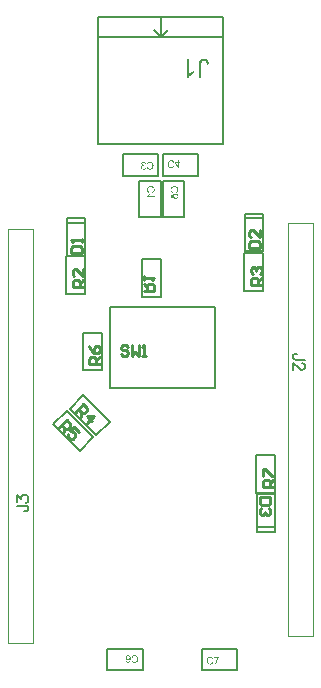
<source format=gm1>
G04*
G04 #@! TF.GenerationSoftware,Altium Limited,Altium Designer,20.0.13 (296)*
G04*
G04 Layer_Color=16711935*
%FSLAX44Y44*%
%MOMM*%
G71*
G01*
G75*
%ADD12C,0.2000*%
%ADD13C,0.1000*%
%ADD43C,0.2540*%
G36*
X127885Y440525D02*
X128129Y440476D01*
X128353Y440408D01*
X128539Y440330D01*
X128685Y440242D01*
X128743Y440203D01*
X128792Y440174D01*
X128841Y440145D01*
X128870Y440125D01*
X128880Y440116D01*
X128890Y440106D01*
X129065Y439930D01*
X129202Y439735D01*
X129319Y439530D01*
X129397Y439335D01*
X129465Y439160D01*
X129485Y439082D01*
X129504Y439013D01*
X129514Y438965D01*
X129524Y438926D01*
X129533Y438896D01*
Y438886D01*
X128743Y438750D01*
X128704Y438955D01*
X128646Y439130D01*
X128587Y439277D01*
X128519Y439394D01*
X128460Y439491D01*
X128412Y439560D01*
X128373Y439599D01*
X128363Y439608D01*
X128236Y439706D01*
X128109Y439774D01*
X127983Y439833D01*
X127856Y439862D01*
X127758Y439881D01*
X127670Y439901D01*
X127592D01*
X127427Y439891D01*
X127280Y439852D01*
X127154Y439813D01*
X127046Y439755D01*
X126958Y439706D01*
X126890Y439657D01*
X126851Y439618D01*
X126841Y439608D01*
X126744Y439501D01*
X126676Y439374D01*
X126617Y439257D01*
X126588Y439150D01*
X126568Y439043D01*
X126549Y438965D01*
Y438916D01*
Y438906D01*
Y438896D01*
X126568Y438701D01*
X126617Y438535D01*
X126676Y438399D01*
X126754Y438292D01*
X126832Y438204D01*
X126890Y438135D01*
X126939Y438097D01*
X126958Y438087D01*
X127114Y437999D01*
X127270Y437940D01*
X127417Y437892D01*
X127553Y437862D01*
X127680Y437843D01*
X127768Y437833D01*
X127895D01*
X127934Y437843D01*
X127983D01*
X128070Y437150D01*
X127953Y437180D01*
X127846Y437199D01*
X127748Y437209D01*
X127670Y437219D01*
X127602Y437228D01*
X127514D01*
X127319Y437209D01*
X127154Y437170D01*
X126997Y437121D01*
X126871Y437053D01*
X126763Y436985D01*
X126685Y436936D01*
X126646Y436897D01*
X126627Y436877D01*
X126510Y436741D01*
X126422Y436595D01*
X126354Y436438D01*
X126315Y436302D01*
X126285Y436175D01*
X126276Y436077D01*
X126266Y436039D01*
Y436009D01*
Y435999D01*
Y435990D01*
X126285Y435785D01*
X126324Y435600D01*
X126383Y435434D01*
X126451Y435297D01*
X126529Y435180D01*
X126588Y435102D01*
X126627Y435053D01*
X126646Y435034D01*
X126793Y434907D01*
X126949Y434809D01*
X127105Y434751D01*
X127261Y434702D01*
X127388Y434673D01*
X127485Y434663D01*
X127524Y434654D01*
X127583D01*
X127748Y434663D01*
X127905Y434702D01*
X128041Y434751D01*
X128148Y434800D01*
X128246Y434858D01*
X128314Y434897D01*
X128353Y434936D01*
X128373Y434946D01*
X128480Y435073D01*
X128577Y435219D01*
X128656Y435385D01*
X128714Y435541D01*
X128763Y435687D01*
X128792Y435804D01*
X128812Y435843D01*
Y435882D01*
X128821Y435902D01*
Y435912D01*
X129611Y435804D01*
X129592Y435658D01*
X129563Y435522D01*
X129475Y435268D01*
X129377Y435044D01*
X129260Y434849D01*
X129212Y434771D01*
X129153Y434702D01*
X129104Y434644D01*
X129065Y434585D01*
X129026Y434546D01*
X128997Y434517D01*
X128987Y434507D01*
X128977Y434497D01*
X128870Y434410D01*
X128753Y434332D01*
X128646Y434263D01*
X128529Y434215D01*
X128295Y434117D01*
X128070Y434058D01*
X127973Y434039D01*
X127875Y434029D01*
X127797Y434020D01*
X127719Y434010D01*
X127661Y434000D01*
X127583D01*
X127417Y434010D01*
X127251Y434029D01*
X127095Y434049D01*
X126949Y434088D01*
X126812Y434137D01*
X126685Y434185D01*
X126568Y434234D01*
X126461Y434293D01*
X126373Y434341D01*
X126285Y434390D01*
X126207Y434439D01*
X126149Y434488D01*
X126100Y434527D01*
X126071Y434546D01*
X126051Y434566D01*
X126042Y434576D01*
X125934Y434692D01*
X125837Y434809D01*
X125759Y434927D01*
X125690Y435044D01*
X125622Y435161D01*
X125573Y435288D01*
X125505Y435512D01*
X125476Y435609D01*
X125456Y435707D01*
X125447Y435785D01*
X125437Y435863D01*
X125427Y435922D01*
Y435961D01*
Y435990D01*
Y435999D01*
X125437Y436224D01*
X125476Y436429D01*
X125525Y436604D01*
X125583Y436750D01*
X125651Y436868D01*
X125700Y436955D01*
X125739Y437014D01*
X125749Y437033D01*
X125876Y437180D01*
X126022Y437297D01*
X126168Y437394D01*
X126305Y437463D01*
X126432Y437521D01*
X126529Y437550D01*
X126568Y437570D01*
X126597D01*
X126617Y437580D01*
X126627D01*
X126471Y437658D01*
X126334Y437755D01*
X126227Y437843D01*
X126129Y437931D01*
X126061Y438009D01*
X126003Y438067D01*
X125973Y438106D01*
X125963Y438126D01*
X125885Y438253D01*
X125837Y438389D01*
X125798Y438516D01*
X125768Y438633D01*
X125749Y438731D01*
X125739Y438809D01*
Y438857D01*
Y438877D01*
X125749Y439043D01*
X125778Y439189D01*
X125817Y439325D01*
X125856Y439452D01*
X125895Y439550D01*
X125934Y439628D01*
X125963Y439677D01*
X125973Y439696D01*
X126071Y439833D01*
X126178Y439959D01*
X126295Y440067D01*
X126402Y440154D01*
X126500Y440223D01*
X126578Y440272D01*
X126636Y440301D01*
X126646Y440311D01*
X126656D01*
X126822Y440389D01*
X126988Y440447D01*
X127154Y440486D01*
X127300Y440515D01*
X127427Y440535D01*
X127524Y440545D01*
X127748D01*
X127885Y440525D01*
D02*
G37*
G36*
X133298Y440603D02*
X133591Y440564D01*
X133854Y440496D01*
X133971Y440467D01*
X134079Y440428D01*
X134176Y440389D01*
X134274Y440359D01*
X134352Y440320D01*
X134410Y440291D01*
X134469Y440272D01*
X134508Y440252D01*
X134527Y440233D01*
X134537D01*
X134781Y440076D01*
X135005Y439891D01*
X135190Y439706D01*
X135337Y439520D01*
X135463Y439355D01*
X135512Y439286D01*
X135551Y439228D01*
X135581Y439169D01*
X135600Y439130D01*
X135620Y439111D01*
Y439101D01*
X135746Y438818D01*
X135844Y438516D01*
X135902Y438223D01*
X135951Y437950D01*
X135971Y437823D01*
X135981Y437716D01*
X135990Y437609D01*
Y437521D01*
X136000Y437453D01*
Y437404D01*
Y437365D01*
Y437355D01*
X135990Y437014D01*
X135951Y436702D01*
X135893Y436409D01*
X135863Y436273D01*
X135834Y436156D01*
X135805Y436039D01*
X135776Y435941D01*
X135746Y435853D01*
X135717Y435775D01*
X135698Y435717D01*
X135678Y435678D01*
X135668Y435648D01*
Y435639D01*
X135532Y435356D01*
X135366Y435112D01*
X135210Y434897D01*
X135044Y434731D01*
X134908Y434595D01*
X134790Y434497D01*
X134742Y434468D01*
X134712Y434439D01*
X134693Y434429D01*
X134683Y434419D01*
X134556Y434341D01*
X134420Y434283D01*
X134147Y434176D01*
X133864Y434107D01*
X133591Y434049D01*
X133474Y434039D01*
X133357Y434020D01*
X133259Y434010D01*
X133171D01*
X133093Y434000D01*
X132996D01*
X132811Y434010D01*
X132635Y434020D01*
X132313Y434088D01*
X132167Y434127D01*
X132021Y434176D01*
X131894Y434224D01*
X131777Y434273D01*
X131669Y434322D01*
X131582Y434371D01*
X131504Y434419D01*
X131435Y434458D01*
X131377Y434497D01*
X131338Y434527D01*
X131318Y434536D01*
X131308Y434546D01*
X131182Y434654D01*
X131065Y434771D01*
X130870Y435024D01*
X130694Y435288D01*
X130567Y435551D01*
X130509Y435668D01*
X130470Y435775D01*
X130431Y435882D01*
X130392Y435961D01*
X130372Y436039D01*
X130353Y436087D01*
X130343Y436126D01*
Y436136D01*
X131192Y436351D01*
X131270Y436068D01*
X131367Y435814D01*
X131484Y435609D01*
X131591Y435434D01*
X131699Y435307D01*
X131786Y435209D01*
X131845Y435151D01*
X131855Y435141D01*
X131865Y435131D01*
X132059Y434995D01*
X132255Y434897D01*
X132459Y434819D01*
X132645Y434771D01*
X132811Y434741D01*
X132889Y434731D01*
X132947D01*
X132996Y434722D01*
X133064D01*
X133279Y434731D01*
X133484Y434771D01*
X133669Y434819D01*
X133825Y434868D01*
X133961Y434927D01*
X134069Y434966D01*
X134108Y434985D01*
X134137Y435005D01*
X134147Y435014D01*
X134157D01*
X134332Y435141D01*
X134478Y435288D01*
X134605Y435434D01*
X134712Y435590D01*
X134790Y435717D01*
X134839Y435834D01*
X134859Y435873D01*
X134878Y435902D01*
X134888Y435922D01*
Y435931D01*
X134966Y436165D01*
X135025Y436409D01*
X135064Y436653D01*
X135093Y436877D01*
X135103Y436975D01*
X135112Y437063D01*
Y437150D01*
X135122Y437219D01*
Y437277D01*
Y437316D01*
Y437346D01*
Y437355D01*
X135112Y437589D01*
X135093Y437814D01*
X135064Y438018D01*
X135025Y438204D01*
X134986Y438360D01*
X134976Y438428D01*
X134956Y438477D01*
X134947Y438526D01*
X134937Y438555D01*
X134927Y438574D01*
Y438584D01*
X134839Y438799D01*
X134732Y438994D01*
X134615Y439150D01*
X134508Y439286D01*
X134400Y439394D01*
X134313Y439472D01*
X134254Y439520D01*
X134244Y439540D01*
X134235D01*
X134039Y439657D01*
X133835Y439745D01*
X133630Y439813D01*
X133435Y439852D01*
X133259Y439881D01*
X133191Y439891D01*
X133123D01*
X133074Y439901D01*
X133006D01*
X132772Y439891D01*
X132567Y439852D01*
X132381Y439803D01*
X132235Y439745D01*
X132108Y439677D01*
X132021Y439628D01*
X131962Y439589D01*
X131943Y439579D01*
X131786Y439442D01*
X131660Y439286D01*
X131543Y439111D01*
X131455Y438945D01*
X131386Y438799D01*
X131357Y438731D01*
X131328Y438672D01*
X131308Y438623D01*
X131299Y438584D01*
X131289Y438565D01*
Y438555D01*
X130450Y438750D01*
X130567Y439062D01*
X130635Y439208D01*
X130704Y439335D01*
X130782Y439462D01*
X130860Y439579D01*
X130928Y439677D01*
X131006Y439774D01*
X131074Y439852D01*
X131143Y439920D01*
X131211Y439989D01*
X131260Y440037D01*
X131308Y440076D01*
X131338Y440106D01*
X131357Y440116D01*
X131367Y440125D01*
X131494Y440213D01*
X131621Y440291D01*
X131757Y440359D01*
X131894Y440418D01*
X132167Y440506D01*
X132420Y440564D01*
X132537Y440584D01*
X132645Y440593D01*
X132742Y440603D01*
X132820Y440613D01*
X132889Y440623D01*
X132986D01*
X133298Y440603D01*
D02*
G37*
G36*
X153986Y419990D02*
X154298Y419951D01*
X154591Y419893D01*
X154727Y419863D01*
X154844Y419834D01*
X154962Y419805D01*
X155059Y419776D01*
X155147Y419746D01*
X155225Y419717D01*
X155283Y419698D01*
X155322Y419678D01*
X155352Y419668D01*
X155361D01*
X155644Y419532D01*
X155888Y419366D01*
X156103Y419210D01*
X156269Y419044D01*
X156405Y418908D01*
X156503Y418791D01*
X156532Y418742D01*
X156561Y418713D01*
X156571Y418693D01*
X156581Y418683D01*
X156659Y418557D01*
X156717Y418420D01*
X156824Y418147D01*
X156893Y417864D01*
X156951Y417591D01*
X156961Y417474D01*
X156980Y417357D01*
X156990Y417259D01*
Y417172D01*
X157000Y417093D01*
Y416996D01*
X156990Y416811D01*
X156980Y416635D01*
X156912Y416313D01*
X156873Y416167D01*
X156824Y416021D01*
X156776Y415894D01*
X156727Y415777D01*
X156678Y415669D01*
X156629Y415582D01*
X156581Y415504D01*
X156542Y415435D01*
X156503Y415377D01*
X156473Y415338D01*
X156463Y415318D01*
X156454Y415308D01*
X156347Y415182D01*
X156229Y415065D01*
X155976Y414870D01*
X155712Y414694D01*
X155449Y414567D01*
X155332Y414509D01*
X155225Y414470D01*
X155118Y414431D01*
X155040Y414392D01*
X154962Y414372D01*
X154913Y414353D01*
X154874Y414343D01*
X154864D01*
X154649Y415191D01*
X154932Y415270D01*
X155186Y415367D01*
X155391Y415484D01*
X155566Y415591D01*
X155693Y415699D01*
X155791Y415786D01*
X155849Y415845D01*
X155859Y415855D01*
X155869Y415864D01*
X156005Y416059D01*
X156103Y416255D01*
X156181Y416459D01*
X156229Y416645D01*
X156259Y416811D01*
X156269Y416889D01*
Y416947D01*
X156278Y416996D01*
Y417064D01*
X156269Y417279D01*
X156229Y417484D01*
X156181Y417669D01*
X156132Y417825D01*
X156073Y417962D01*
X156034Y418069D01*
X156015Y418108D01*
X155995Y418137D01*
X155986Y418147D01*
Y418157D01*
X155859Y418332D01*
X155712Y418478D01*
X155566Y418605D01*
X155410Y418713D01*
X155283Y418791D01*
X155166Y418839D01*
X155127Y418859D01*
X155098Y418878D01*
X155078Y418888D01*
X155069D01*
X154835Y418966D01*
X154591Y419025D01*
X154347Y419064D01*
X154123Y419093D01*
X154025Y419103D01*
X153937Y419112D01*
X153850D01*
X153781Y419122D01*
X153723D01*
X153684D01*
X153654D01*
X153645D01*
X153411Y419112D01*
X153186Y419093D01*
X152982Y419064D01*
X152796Y419025D01*
X152640Y418986D01*
X152572Y418976D01*
X152523Y418956D01*
X152474Y418947D01*
X152445Y418937D01*
X152426Y418927D01*
X152416D01*
X152201Y418839D01*
X152006Y418732D01*
X151850Y418615D01*
X151713Y418508D01*
X151606Y418400D01*
X151528Y418313D01*
X151480Y418254D01*
X151460Y418244D01*
Y418235D01*
X151343Y418040D01*
X151255Y417835D01*
X151187Y417630D01*
X151148Y417435D01*
X151119Y417259D01*
X151109Y417191D01*
Y417123D01*
X151099Y417074D01*
Y417006D01*
X151109Y416772D01*
X151148Y416567D01*
X151197Y416381D01*
X151255Y416235D01*
X151323Y416108D01*
X151372Y416021D01*
X151411Y415962D01*
X151421Y415942D01*
X151558Y415786D01*
X151713Y415660D01*
X151889Y415543D01*
X152055Y415455D01*
X152201Y415387D01*
X152269Y415357D01*
X152328Y415328D01*
X152377Y415308D01*
X152416Y415299D01*
X152435Y415289D01*
X152445D01*
X152250Y414450D01*
X151938Y414567D01*
X151792Y414636D01*
X151665Y414704D01*
X151538Y414782D01*
X151421Y414860D01*
X151323Y414928D01*
X151226Y415006D01*
X151148Y415074D01*
X151080Y415143D01*
X151011Y415211D01*
X150962Y415260D01*
X150924Y415308D01*
X150894Y415338D01*
X150885Y415357D01*
X150875Y415367D01*
X150787Y415494D01*
X150709Y415621D01*
X150641Y415757D01*
X150582Y415894D01*
X150494Y416167D01*
X150436Y416420D01*
X150416Y416538D01*
X150407Y416645D01*
X150397Y416742D01*
X150387Y416820D01*
X150377Y416889D01*
Y416986D01*
X150397Y417298D01*
X150436Y417591D01*
X150504Y417854D01*
X150533Y417971D01*
X150572Y418078D01*
X150611Y418176D01*
X150641Y418274D01*
X150680Y418352D01*
X150709Y418410D01*
X150728Y418469D01*
X150748Y418508D01*
X150767Y418527D01*
Y418537D01*
X150924Y418781D01*
X151109Y419005D01*
X151294Y419190D01*
X151480Y419337D01*
X151645Y419464D01*
X151713Y419512D01*
X151772Y419551D01*
X151831Y419581D01*
X151870Y419600D01*
X151889Y419620D01*
X151899D01*
X152182Y419746D01*
X152484Y419844D01*
X152777Y419902D01*
X153050Y419951D01*
X153177Y419971D01*
X153284Y419981D01*
X153391Y419990D01*
X153479D01*
X153547Y420000D01*
X153596D01*
X153635D01*
X153645D01*
X153986Y419990D01*
D02*
G37*
G36*
X155361Y413602D02*
X155508Y413572D01*
X155761Y413494D01*
X155986Y413387D01*
X156171Y413280D01*
X156249Y413221D01*
X156317Y413172D01*
X156376Y413124D01*
X156425Y413085D01*
X156463Y413046D01*
X156493Y413016D01*
X156503Y413007D01*
X156512Y412997D01*
X156600Y412890D01*
X156668Y412773D01*
X156737Y412655D01*
X156795Y412538D01*
X156883Y412304D01*
X156941Y412080D01*
X156961Y411973D01*
X156971Y411875D01*
X156980Y411787D01*
X156990Y411719D01*
X157000Y411661D01*
Y411573D01*
X156990Y411378D01*
X156971Y411193D01*
X156932Y411027D01*
X156883Y410861D01*
X156824Y410715D01*
X156756Y410568D01*
X156688Y410442D01*
X156610Y410334D01*
X156542Y410227D01*
X156473Y410139D01*
X156405Y410061D01*
X156347Y410003D01*
X156298Y409954D01*
X156259Y409915D01*
X156239Y409895D01*
X156229Y409885D01*
X156112Y409798D01*
X155986Y409720D01*
X155859Y409651D01*
X155722Y409593D01*
X155478Y409505D01*
X155244Y409437D01*
X155137Y409417D01*
X155040Y409408D01*
X154952Y409398D01*
X154874Y409388D01*
X154815Y409378D01*
X154766D01*
X154737D01*
X154727D01*
X154562Y409388D01*
X154396Y409408D01*
X154249Y409437D01*
X154103Y409466D01*
X153976Y409515D01*
X153850Y409564D01*
X153742Y409612D01*
X153635Y409671D01*
X153547Y409729D01*
X153469Y409778D01*
X153401Y409827D01*
X153342Y409876D01*
X153294Y409905D01*
X153264Y409934D01*
X153245Y409954D01*
X153235Y409963D01*
X153128Y410071D01*
X153040Y410188D01*
X152962Y410305D01*
X152894Y410432D01*
X152835Y410549D01*
X152796Y410666D01*
X152718Y410890D01*
X152699Y410988D01*
X152679Y411085D01*
X152669Y411163D01*
X152660Y411241D01*
X152650Y411300D01*
Y411378D01*
X152669Y411612D01*
X152718Y411836D01*
X152777Y412041D01*
X152855Y412217D01*
X152933Y412373D01*
X152962Y412431D01*
X152991Y412490D01*
X153020Y412529D01*
X153040Y412558D01*
X153050Y412578D01*
X153060Y412587D01*
X151333Y412236D01*
Y409681D01*
X150582D01*
Y412860D01*
X153869Y413485D01*
X153976Y412743D01*
X153879Y412675D01*
X153791Y412597D01*
X153713Y412519D01*
X153645Y412451D01*
X153596Y412382D01*
X153557Y412324D01*
X153538Y412285D01*
X153528Y412275D01*
X153469Y412158D01*
X153420Y412041D01*
X153391Y411924D01*
X153362Y411817D01*
X153352Y411719D01*
X153342Y411651D01*
Y411583D01*
X153362Y411368D01*
X153401Y411173D01*
X153469Y410997D01*
X153538Y410861D01*
X153606Y410744D01*
X153674Y410666D01*
X153713Y410617D01*
X153733Y410597D01*
X153889Y410471D01*
X154064Y410373D01*
X154240Y410305D01*
X154405Y410266D01*
X154562Y410237D01*
X154630Y410227D01*
X154688D01*
X154727Y410217D01*
X154766D01*
X154786D01*
X154796D01*
X155049Y410237D01*
X155274Y410276D01*
X155469Y410344D01*
X155634Y410412D01*
X155761Y410480D01*
X155859Y410549D01*
X155917Y410588D01*
X155927Y410607D01*
X155937D01*
X156015Y410685D01*
X156073Y410763D01*
X156181Y410919D01*
X156249Y411085D01*
X156307Y411231D01*
X156337Y411368D01*
X156347Y411475D01*
X156356Y411514D01*
Y411573D01*
X156347Y411739D01*
X156307Y411895D01*
X156259Y412031D01*
X156210Y412148D01*
X156151Y412246D01*
X156112Y412314D01*
X156073Y412353D01*
X156064Y412373D01*
X155937Y412490D01*
X155791Y412578D01*
X155644Y412655D01*
X155498Y412704D01*
X155361Y412743D01*
X155254Y412773D01*
X155215Y412782D01*
X155186Y412792D01*
X155166D01*
X155157D01*
X155215Y413621D01*
X155361Y413602D01*
D02*
G37*
G36*
X151189Y441990D02*
X151365Y441980D01*
X151687Y441912D01*
X151833Y441873D01*
X151980Y441824D01*
X152106Y441776D01*
X152223Y441727D01*
X152331Y441678D01*
X152418Y441629D01*
X152496Y441581D01*
X152565Y441541D01*
X152623Y441502D01*
X152662Y441473D01*
X152682Y441464D01*
X152691Y441454D01*
X152818Y441346D01*
X152935Y441229D01*
X153130Y440976D01*
X153306Y440713D01*
X153433Y440449D01*
X153491Y440332D01*
X153530Y440225D01*
X153569Y440117D01*
X153608Y440039D01*
X153628Y439961D01*
X153647Y439913D01*
X153657Y439874D01*
Y439864D01*
X152809Y439649D01*
X152731Y439932D01*
X152633Y440186D01*
X152516Y440391D01*
X152409Y440566D01*
X152301Y440693D01*
X152214Y440790D01*
X152155Y440849D01*
X152145Y440859D01*
X152135Y440868D01*
X151940Y441005D01*
X151745Y441103D01*
X151541Y441181D01*
X151355Y441229D01*
X151189Y441259D01*
X151111Y441268D01*
X151053D01*
X151004Y441278D01*
X150936D01*
X150721Y441268D01*
X150516Y441229D01*
X150331Y441181D01*
X150175Y441132D01*
X150038Y441073D01*
X149931Y441034D01*
X149892Y441015D01*
X149863Y440995D01*
X149853Y440986D01*
X149843D01*
X149668Y440859D01*
X149522Y440713D01*
X149395Y440566D01*
X149288Y440410D01*
X149209Y440283D01*
X149161Y440166D01*
X149141Y440127D01*
X149122Y440098D01*
X149112Y440079D01*
Y440069D01*
X149034Y439835D01*
X148975Y439591D01*
X148936Y439347D01*
X148907Y439123D01*
X148897Y439025D01*
X148888Y438937D01*
Y438849D01*
X148878Y438781D01*
Y438723D01*
Y438684D01*
Y438654D01*
Y438645D01*
X148888Y438411D01*
X148907Y438186D01*
X148936Y437981D01*
X148975Y437796D01*
X149014Y437640D01*
X149024Y437572D01*
X149044Y437523D01*
X149053Y437474D01*
X149063Y437445D01*
X149073Y437425D01*
Y437416D01*
X149161Y437201D01*
X149268Y437006D01*
X149385Y436850D01*
X149492Y436713D01*
X149600Y436606D01*
X149687Y436528D01*
X149746Y436479D01*
X149756Y436460D01*
X149765D01*
X149960Y436343D01*
X150165Y436255D01*
X150370Y436187D01*
X150565Y436148D01*
X150741Y436119D01*
X150809Y436109D01*
X150877D01*
X150926Y436099D01*
X150994D01*
X151229Y436109D01*
X151433Y436148D01*
X151619Y436197D01*
X151765Y436255D01*
X151892Y436323D01*
X151980Y436372D01*
X152038Y436411D01*
X152058Y436421D01*
X152214Y436557D01*
X152340Y436713D01*
X152457Y436889D01*
X152545Y437055D01*
X152613Y437201D01*
X152643Y437269D01*
X152672Y437328D01*
X152691Y437377D01*
X152701Y437416D01*
X152711Y437435D01*
Y437445D01*
X153550Y437250D01*
X153433Y436938D01*
X153364Y436791D01*
X153296Y436665D01*
X153218Y436538D01*
X153140Y436421D01*
X153072Y436323D01*
X152994Y436226D01*
X152926Y436148D01*
X152857Y436079D01*
X152789Y436011D01*
X152740Y435962D01*
X152691Y435923D01*
X152662Y435894D01*
X152643Y435884D01*
X152633Y435875D01*
X152506Y435787D01*
X152379Y435709D01*
X152243Y435641D01*
X152106Y435582D01*
X151833Y435494D01*
X151580Y435436D01*
X151462Y435416D01*
X151355Y435406D01*
X151258Y435397D01*
X151180Y435387D01*
X151111Y435377D01*
X151014D01*
X150702Y435397D01*
X150409Y435436D01*
X150146Y435504D01*
X150029Y435533D01*
X149922Y435572D01*
X149824Y435611D01*
X149726Y435641D01*
X149648Y435680D01*
X149590Y435709D01*
X149531Y435728D01*
X149492Y435748D01*
X149473Y435767D01*
X149463D01*
X149219Y435923D01*
X148995Y436109D01*
X148810Y436294D01*
X148663Y436479D01*
X148537Y436645D01*
X148488Y436713D01*
X148449Y436772D01*
X148419Y436830D01*
X148400Y436870D01*
X148380Y436889D01*
Y436899D01*
X148254Y437182D01*
X148156Y437484D01*
X148097Y437777D01*
X148049Y438050D01*
X148029Y438176D01*
X148020Y438284D01*
X148010Y438391D01*
Y438479D01*
X148000Y438547D01*
Y438596D01*
Y438635D01*
Y438645D01*
X148010Y438986D01*
X148049Y439298D01*
X148107Y439591D01*
X148137Y439727D01*
X148166Y439844D01*
X148195Y439961D01*
X148224Y440059D01*
X148254Y440147D01*
X148283Y440225D01*
X148302Y440283D01*
X148322Y440322D01*
X148332Y440352D01*
Y440361D01*
X148468Y440644D01*
X148634Y440888D01*
X148790Y441103D01*
X148956Y441268D01*
X149092Y441405D01*
X149209Y441502D01*
X149258Y441532D01*
X149288Y441561D01*
X149307Y441571D01*
X149317Y441581D01*
X149444Y441659D01*
X149580Y441717D01*
X149853Y441824D01*
X150136Y441893D01*
X150409Y441951D01*
X150526Y441961D01*
X150643Y441980D01*
X150741Y441990D01*
X150829D01*
X150907Y442000D01*
X151004D01*
X151189Y441990D01*
D02*
G37*
G36*
X157685Y440361D02*
X158553D01*
Y439640D01*
X157685D01*
Y435494D01*
X157042D01*
X154115Y439640D01*
Y440361D01*
X156895D01*
Y441893D01*
X157685D01*
Y440361D01*
D02*
G37*
G36*
X179046Y527876D02*
X179216Y527851D01*
X179436Y527827D01*
X179900Y527754D01*
X180413Y527607D01*
X180950Y527387D01*
X181218Y527265D01*
X181462Y527094D01*
X181706Y526924D01*
X181926Y526704D01*
Y526679D01*
X181975Y526655D01*
X182024Y526582D01*
X182097Y526484D01*
X182194Y526338D01*
X182268Y526191D01*
X182390Y525996D01*
X182487Y525801D01*
X182585Y525557D01*
X182683Y525288D01*
X182780Y524995D01*
X182854Y524654D01*
X182927Y524312D01*
X182976Y523921D01*
X183000Y523531D01*
Y523091D01*
X181096Y522823D01*
Y522847D01*
Y522896D01*
Y522994D01*
X181072Y523116D01*
Y523262D01*
X181047Y523433D01*
X180974Y523824D01*
X180901Y524263D01*
X180779Y524678D01*
X180608Y525044D01*
X180510Y525215D01*
X180413Y525361D01*
X180388Y525386D01*
X180291Y525459D01*
X180168Y525581D01*
X179973Y525679D01*
X179729Y525801D01*
X179436Y525923D01*
X179095Y525996D01*
X178704Y526021D01*
X178557D01*
X178411Y525996D01*
X178240Y525972D01*
X178020Y525923D01*
X177776Y525874D01*
X177557Y525776D01*
X177337Y525654D01*
X177313Y525630D01*
X177239Y525581D01*
X177142Y525508D01*
X177020Y525386D01*
X176873Y525264D01*
X176751Y525093D01*
X176629Y524898D01*
X176532Y524678D01*
Y524654D01*
X176483Y524556D01*
X176458Y524409D01*
X176409Y524190D01*
X176361Y523897D01*
X176336Y523555D01*
X176287Y523140D01*
Y522652D01*
Y511595D01*
X174164D01*
Y522530D01*
Y522554D01*
Y522628D01*
Y522725D01*
Y522872D01*
X174188Y523042D01*
Y523238D01*
X174213Y523677D01*
X174286Y524190D01*
X174359Y524702D01*
X174481Y525215D01*
X174652Y525654D01*
X174676Y525703D01*
X174750Y525825D01*
X174872Y526021D01*
X175018Y526265D01*
X175238Y526558D01*
X175506Y526826D01*
X175848Y527094D01*
X176214Y527339D01*
X176263Y527363D01*
X176409Y527436D01*
X176629Y527509D01*
X176922Y527607D01*
X177288Y527729D01*
X177703Y527802D01*
X178191Y527876D01*
X178704Y527900D01*
X178899D01*
X179046Y527876D01*
D02*
G37*
G36*
X166060Y515085D02*
X166084Y515109D01*
X166182Y515207D01*
X166353Y515329D01*
X166572Y515500D01*
X166841Y515720D01*
X167158Y515939D01*
X167524Y516208D01*
X167939Y516452D01*
X167964D01*
X167988Y516476D01*
X168135Y516574D01*
X168354Y516696D01*
X168623Y516843D01*
X168940Y517013D01*
X169282Y517160D01*
X169648Y517331D01*
X169990Y517477D01*
Y515549D01*
X169965D01*
X169916Y515524D01*
X169819Y515476D01*
X169721Y515402D01*
X169575Y515329D01*
X169404Y515256D01*
X169013Y515036D01*
X168574Y514768D01*
X168086Y514450D01*
X167598Y514084D01*
X167134Y513694D01*
X167109Y513669D01*
X167085Y513645D01*
X166939Y513498D01*
X166719Y513279D01*
X166450Y513010D01*
X166157Y512668D01*
X165865Y512302D01*
X165596Y511912D01*
X165376Y511521D01*
X164083D01*
Y527631D01*
X166060D01*
Y515085D01*
D02*
G37*
G36*
X184180Y21613D02*
X184258Y21603D01*
X184355Y21593D01*
X184463Y21584D01*
X184580Y21564D01*
X184833Y21506D01*
X185106Y21418D01*
X185243Y21359D01*
X185379Y21291D01*
X185506Y21213D01*
X185633Y21125D01*
X185643Y21116D01*
X185662Y21106D01*
X185692Y21077D01*
X185740Y21037D01*
X185789Y20989D01*
X185857Y20920D01*
X185926Y20852D01*
X185994Y20774D01*
X186072Y20677D01*
X186140Y20579D01*
X186218Y20462D01*
X186296Y20335D01*
X186364Y20208D01*
X186433Y20062D01*
X186550Y19750D01*
X185711Y19555D01*
Y19565D01*
X185701Y19584D01*
X185692Y19623D01*
X185672Y19672D01*
X185643Y19730D01*
X185613Y19799D01*
X185545Y19945D01*
X185457Y20111D01*
X185340Y20286D01*
X185214Y20443D01*
X185058Y20579D01*
X185038Y20589D01*
X184979Y20628D01*
X184892Y20677D01*
X184765Y20745D01*
X184619Y20803D01*
X184433Y20852D01*
X184228Y20891D01*
X183994Y20901D01*
X183926D01*
X183877Y20891D01*
X183809D01*
X183741Y20881D01*
X183565Y20852D01*
X183370Y20813D01*
X183165Y20745D01*
X182960Y20657D01*
X182765Y20540D01*
X182756D01*
X182746Y20521D01*
X182687Y20472D01*
X182600Y20394D01*
X182492Y20286D01*
X182385Y20150D01*
X182268Y19994D01*
X182161Y19799D01*
X182073Y19584D01*
Y19574D01*
X182063Y19555D01*
X182053Y19526D01*
X182044Y19477D01*
X182024Y19428D01*
X182014Y19360D01*
X181975Y19204D01*
X181936Y19018D01*
X181907Y18814D01*
X181888Y18589D01*
X181878Y18355D01*
Y18346D01*
Y18316D01*
Y18277D01*
Y18219D01*
X181888Y18150D01*
Y18063D01*
X181897Y17975D01*
X181907Y17877D01*
X181936Y17653D01*
X181975Y17409D01*
X182034Y17165D01*
X182112Y16931D01*
Y16921D01*
X182122Y16902D01*
X182141Y16873D01*
X182161Y16834D01*
X182209Y16717D01*
X182288Y16590D01*
X182395Y16434D01*
X182522Y16287D01*
X182668Y16141D01*
X182843Y16014D01*
X182853D01*
X182863Y16005D01*
X182892Y15985D01*
X182931Y15966D01*
X183039Y15927D01*
X183175Y15868D01*
X183331Y15819D01*
X183516Y15770D01*
X183721Y15732D01*
X183936Y15722D01*
X184004D01*
X184053Y15732D01*
X184111D01*
X184189Y15741D01*
X184355Y15770D01*
X184541Y15819D01*
X184745Y15897D01*
X184940Y15995D01*
X185135Y16131D01*
X185145Y16141D01*
X185155Y16151D01*
X185214Y16209D01*
X185301Y16307D01*
X185409Y16434D01*
X185516Y16609D01*
X185633Y16814D01*
X185730Y17068D01*
X185809Y17351D01*
X186657Y17136D01*
Y17126D01*
X186647Y17087D01*
X186628Y17039D01*
X186608Y16961D01*
X186569Y16882D01*
X186530Y16775D01*
X186491Y16668D01*
X186433Y16551D01*
X186306Y16287D01*
X186130Y16024D01*
X185935Y15770D01*
X185818Y15654D01*
X185692Y15546D01*
X185682Y15536D01*
X185662Y15527D01*
X185623Y15497D01*
X185565Y15458D01*
X185496Y15419D01*
X185418Y15371D01*
X185331Y15322D01*
X185223Y15273D01*
X185106Y15224D01*
X184979Y15176D01*
X184833Y15127D01*
X184687Y15088D01*
X184365Y15020D01*
X184189Y15010D01*
X184004Y15000D01*
X183907D01*
X183829Y15010D01*
X183741D01*
X183643Y15020D01*
X183526Y15039D01*
X183409Y15049D01*
X183136Y15107D01*
X182853Y15176D01*
X182580Y15283D01*
X182444Y15341D01*
X182317Y15419D01*
X182307Y15429D01*
X182288Y15439D01*
X182258Y15468D01*
X182209Y15497D01*
X182092Y15595D01*
X181956Y15732D01*
X181790Y15897D01*
X181634Y16112D01*
X181468Y16356D01*
X181332Y16639D01*
Y16648D01*
X181322Y16678D01*
X181302Y16717D01*
X181283Y16775D01*
X181254Y16853D01*
X181224Y16941D01*
X181195Y17039D01*
X181166Y17155D01*
X181136Y17273D01*
X181107Y17409D01*
X181049Y17702D01*
X181010Y18014D01*
X181000Y18355D01*
Y18365D01*
Y18404D01*
Y18453D01*
X181010Y18521D01*
Y18609D01*
X181019Y18716D01*
X181029Y18823D01*
X181049Y18950D01*
X181098Y19223D01*
X181156Y19516D01*
X181254Y19818D01*
X181380Y20101D01*
Y20111D01*
X181400Y20130D01*
X181419Y20169D01*
X181449Y20228D01*
X181488Y20286D01*
X181536Y20355D01*
X181663Y20521D01*
X181810Y20706D01*
X181995Y20891D01*
X182219Y21077D01*
X182463Y21233D01*
X182473D01*
X182492Y21252D01*
X182531Y21272D01*
X182590Y21291D01*
X182648Y21320D01*
X182726Y21359D01*
X182824Y21389D01*
X182922Y21428D01*
X183029Y21467D01*
X183146Y21496D01*
X183409Y21564D01*
X183702Y21603D01*
X184014Y21623D01*
X184111D01*
X184180Y21613D01*
D02*
G37*
G36*
X191573Y20823D02*
X191563Y20813D01*
X191544Y20794D01*
X191514Y20755D01*
X191466Y20706D01*
X191417Y20638D01*
X191349Y20559D01*
X191271Y20462D01*
X191192Y20364D01*
X191105Y20247D01*
X191007Y20111D01*
X190900Y19974D01*
X190802Y19818D01*
X190695Y19653D01*
X190578Y19477D01*
X190471Y19282D01*
X190354Y19087D01*
X190344Y19077D01*
X190324Y19038D01*
X190295Y18980D01*
X190256Y18901D01*
X190207Y18804D01*
X190149Y18687D01*
X190081Y18550D01*
X190012Y18404D01*
X189944Y18248D01*
X189866Y18072D01*
X189788Y17887D01*
X189710Y17692D01*
X189564Y17292D01*
X189427Y16863D01*
Y16853D01*
X189417Y16824D01*
X189408Y16785D01*
X189388Y16726D01*
X189369Y16648D01*
X189349Y16561D01*
X189330Y16453D01*
X189300Y16346D01*
X189281Y16219D01*
X189251Y16083D01*
X189203Y15790D01*
X189164Y15458D01*
X189135Y15107D01*
X188325D01*
Y15117D01*
Y15146D01*
Y15185D01*
X188335Y15244D01*
Y15312D01*
X188344Y15400D01*
X188354Y15507D01*
X188364Y15615D01*
X188384Y15741D01*
X188403Y15888D01*
X188423Y16034D01*
X188452Y16190D01*
X188481Y16365D01*
X188520Y16541D01*
X188618Y16931D01*
Y16941D01*
X188627Y16980D01*
X188647Y17039D01*
X188666Y17117D01*
X188696Y17214D01*
X188735Y17321D01*
X188774Y17448D01*
X188822Y17594D01*
X188881Y17741D01*
X188939Y17907D01*
X189076Y18258D01*
X189242Y18628D01*
X189427Y18999D01*
X189437Y19009D01*
X189456Y19048D01*
X189486Y19096D01*
X189525Y19165D01*
X189573Y19253D01*
X189632Y19350D01*
X189700Y19457D01*
X189769Y19584D01*
X189944Y19848D01*
X190139Y20130D01*
X190344Y20413D01*
X190568Y20686D01*
X187428D01*
Y21437D01*
X191573D01*
Y20823D01*
D02*
G37*
G36*
X120171Y22990D02*
X120259D01*
X120357Y22980D01*
X120474Y22961D01*
X120591Y22951D01*
X120864Y22893D01*
X121147Y22824D01*
X121420Y22717D01*
X121556Y22659D01*
X121683Y22581D01*
X121693Y22571D01*
X121713Y22561D01*
X121742Y22532D01*
X121791Y22503D01*
X121908Y22405D01*
X122044Y22269D01*
X122210Y22103D01*
X122366Y21888D01*
X122532Y21644D01*
X122668Y21361D01*
Y21352D01*
X122678Y21322D01*
X122698Y21283D01*
X122717Y21225D01*
X122746Y21147D01*
X122776Y21059D01*
X122805Y20961D01*
X122834Y20844D01*
X122863Y20727D01*
X122893Y20591D01*
X122951Y20298D01*
X122990Y19986D01*
X123000Y19645D01*
Y19635D01*
Y19596D01*
Y19547D01*
X122990Y19479D01*
Y19391D01*
X122980Y19284D01*
X122971Y19177D01*
X122951Y19050D01*
X122902Y18777D01*
X122844Y18484D01*
X122746Y18182D01*
X122619Y17899D01*
Y17889D01*
X122600Y17870D01*
X122580Y17831D01*
X122551Y17772D01*
X122512Y17714D01*
X122464Y17645D01*
X122337Y17479D01*
X122190Y17294D01*
X122005Y17109D01*
X121781Y16924D01*
X121537Y16767D01*
X121527D01*
X121508Y16748D01*
X121469Y16728D01*
X121410Y16709D01*
X121352Y16680D01*
X121273Y16641D01*
X121176Y16611D01*
X121079Y16572D01*
X120971Y16533D01*
X120854Y16504D01*
X120591Y16436D01*
X120298Y16397D01*
X119986Y16377D01*
X119888D01*
X119820Y16387D01*
X119742Y16397D01*
X119645Y16407D01*
X119537Y16416D01*
X119420Y16436D01*
X119167Y16494D01*
X118894Y16582D01*
X118757Y16641D01*
X118621Y16709D01*
X118494Y16787D01*
X118367Y16875D01*
X118357Y16884D01*
X118338Y16894D01*
X118308Y16924D01*
X118260Y16962D01*
X118211Y17011D01*
X118143Y17079D01*
X118074Y17148D01*
X118006Y17226D01*
X117928Y17323D01*
X117860Y17421D01*
X117782Y17538D01*
X117704Y17665D01*
X117635Y17792D01*
X117567Y17938D01*
X117450Y18250D01*
X118289Y18445D01*
Y18435D01*
X118299Y18416D01*
X118308Y18377D01*
X118328Y18328D01*
X118357Y18269D01*
X118386Y18201D01*
X118455Y18055D01*
X118542Y17889D01*
X118660Y17714D01*
X118786Y17557D01*
X118942Y17421D01*
X118962Y17411D01*
X119021Y17372D01*
X119108Y17323D01*
X119235Y17255D01*
X119381Y17197D01*
X119567Y17148D01*
X119771Y17109D01*
X120006Y17099D01*
X120074D01*
X120123Y17109D01*
X120191D01*
X120259Y17119D01*
X120435Y17148D01*
X120630Y17187D01*
X120835Y17255D01*
X121039Y17343D01*
X121235Y17460D01*
X121244D01*
X121254Y17479D01*
X121313Y17528D01*
X121400Y17606D01*
X121508Y17714D01*
X121615Y17850D01*
X121732Y18006D01*
X121839Y18201D01*
X121927Y18416D01*
Y18426D01*
X121937Y18445D01*
X121946Y18474D01*
X121956Y18523D01*
X121976Y18572D01*
X121986Y18640D01*
X122025Y18796D01*
X122064Y18981D01*
X122093Y19186D01*
X122112Y19411D01*
X122122Y19645D01*
Y19655D01*
Y19684D01*
Y19723D01*
Y19781D01*
X122112Y19850D01*
Y19937D01*
X122103Y20025D01*
X122093Y20123D01*
X122064Y20347D01*
X122025Y20591D01*
X121966Y20835D01*
X121888Y21069D01*
Y21079D01*
X121878Y21098D01*
X121859Y21127D01*
X121839Y21166D01*
X121791Y21283D01*
X121713Y21410D01*
X121605Y21566D01*
X121478Y21713D01*
X121332Y21859D01*
X121157Y21986D01*
X121147D01*
X121137Y21995D01*
X121108Y22015D01*
X121069Y22034D01*
X120961Y22073D01*
X120825Y22132D01*
X120669Y22181D01*
X120484Y22229D01*
X120279Y22269D01*
X120064Y22278D01*
X119996D01*
X119947Y22269D01*
X119888D01*
X119810Y22259D01*
X119645Y22229D01*
X119459Y22181D01*
X119255Y22103D01*
X119059Y22005D01*
X118864Y21869D01*
X118855Y21859D01*
X118845Y21849D01*
X118786Y21790D01*
X118699Y21693D01*
X118591Y21566D01*
X118484Y21391D01*
X118367Y21186D01*
X118269Y20932D01*
X118191Y20649D01*
X117343Y20864D01*
Y20874D01*
X117353Y20913D01*
X117372Y20961D01*
X117392Y21040D01*
X117431Y21117D01*
X117470Y21225D01*
X117509Y21332D01*
X117567Y21449D01*
X117694Y21713D01*
X117870Y21976D01*
X118065Y22229D01*
X118182Y22346D01*
X118308Y22454D01*
X118318Y22464D01*
X118338Y22473D01*
X118377Y22503D01*
X118435Y22542D01*
X118504Y22581D01*
X118582Y22629D01*
X118669Y22678D01*
X118777Y22727D01*
X118894Y22776D01*
X119021Y22824D01*
X119167Y22873D01*
X119313Y22912D01*
X119635Y22980D01*
X119810Y22990D01*
X119996Y23000D01*
X120093D01*
X120171Y22990D01*
D02*
G37*
G36*
X114534D02*
X114602D01*
X114680Y22980D01*
X114778Y22961D01*
X114885Y22942D01*
X115002Y22912D01*
X115129Y22873D01*
X115265Y22824D01*
X115392Y22766D01*
X115529Y22698D01*
X115665Y22610D01*
X115802Y22512D01*
X115929Y22405D01*
X116046Y22278D01*
X116055Y22269D01*
X116075Y22239D01*
X116104Y22200D01*
X116143Y22142D01*
X116192Y22064D01*
X116241Y21966D01*
X116299Y21849D01*
X116348Y21713D01*
X116406Y21556D01*
X116465Y21381D01*
X116514Y21186D01*
X116563Y20971D01*
X116602Y20737D01*
X116631Y20474D01*
X116650Y20201D01*
X116660Y19898D01*
Y19889D01*
Y19879D01*
Y19850D01*
Y19820D01*
Y19723D01*
X116650Y19596D01*
X116641Y19440D01*
X116621Y19264D01*
X116602Y19069D01*
X116572Y18865D01*
X116543Y18640D01*
X116494Y18416D01*
X116436Y18191D01*
X116368Y17977D01*
X116290Y17752D01*
X116202Y17557D01*
X116094Y17362D01*
X115977Y17197D01*
X115968Y17187D01*
X115948Y17167D01*
X115919Y17128D01*
X115870Y17079D01*
X115802Y17021D01*
X115733Y16962D01*
X115646Y16894D01*
X115548Y16826D01*
X115441Y16758D01*
X115314Y16689D01*
X115187Y16631D01*
X115041Y16572D01*
X114885Y16524D01*
X114719Y16485D01*
X114544Y16465D01*
X114358Y16455D01*
X114290D01*
X114231Y16465D01*
X114173D01*
X114095Y16475D01*
X113919Y16504D01*
X113724Y16563D01*
X113519Y16641D01*
X113315Y16738D01*
X113217Y16806D01*
X113119Y16884D01*
X113110D01*
X113100Y16904D01*
X113041Y16962D01*
X112963Y17060D01*
X112866Y17187D01*
X112759Y17353D01*
X112671Y17548D01*
X112583Y17782D01*
X112534Y18045D01*
X113315Y18104D01*
Y18094D01*
Y18084D01*
X113334Y18026D01*
X113363Y17948D01*
X113393Y17850D01*
X113490Y17626D01*
X113549Y17528D01*
X113617Y17440D01*
X113627Y17421D01*
X113675Y17382D01*
X113744Y17333D01*
X113832Y17265D01*
X113949Y17206D01*
X114085Y17148D01*
X114241Y17109D01*
X114407Y17099D01*
X114475D01*
X114544Y17109D01*
X114631Y17128D01*
X114739Y17148D01*
X114856Y17187D01*
X114963Y17245D01*
X115080Y17314D01*
X115099Y17323D01*
X115139Y17362D01*
X115207Y17431D01*
X115285Y17519D01*
X115382Y17626D01*
X115480Y17762D01*
X115577Y17928D01*
X115665Y18113D01*
Y18123D01*
X115675Y18133D01*
X115685Y18172D01*
X115695Y18211D01*
X115714Y18260D01*
X115733Y18328D01*
X115753Y18406D01*
X115772Y18494D01*
X115792Y18591D01*
X115812Y18699D01*
X115831Y18825D01*
X115850Y18952D01*
X115860Y19099D01*
X115870Y19255D01*
X115880Y19420D01*
Y19586D01*
X115870Y19576D01*
X115831Y19528D01*
X115772Y19450D01*
X115685Y19352D01*
X115587Y19245D01*
X115470Y19138D01*
X115334Y19040D01*
X115187Y18952D01*
X115168Y18943D01*
X115119Y18923D01*
X115031Y18884D01*
X114924Y18845D01*
X114797Y18806D01*
X114651Y18767D01*
X114495Y18747D01*
X114329Y18738D01*
X114251D01*
X114192Y18747D01*
X114124Y18757D01*
X114046Y18767D01*
X113861Y18806D01*
X113656Y18884D01*
X113539Y18923D01*
X113432Y18981D01*
X113315Y19050D01*
X113198Y19128D01*
X113090Y19216D01*
X112983Y19323D01*
X112973Y19333D01*
X112963Y19352D01*
X112934Y19381D01*
X112895Y19430D01*
X112856Y19489D01*
X112807Y19557D01*
X112759Y19635D01*
X112700Y19723D01*
X112651Y19830D01*
X112603Y19937D01*
X112554Y20064D01*
X112515Y20191D01*
X112476Y20337D01*
X112446Y20484D01*
X112437Y20649D01*
X112427Y20815D01*
Y20825D01*
Y20844D01*
Y20874D01*
Y20913D01*
X112437Y20971D01*
Y21030D01*
X112456Y21186D01*
X112495Y21352D01*
X112534Y21547D01*
X112603Y21742D01*
X112690Y21937D01*
Y21947D01*
X112700Y21956D01*
X112720Y21986D01*
X112739Y22025D01*
X112798Y22112D01*
X112876Y22229D01*
X112983Y22356D01*
X113110Y22483D01*
X113246Y22610D01*
X113412Y22727D01*
X113432Y22737D01*
X113490Y22766D01*
X113588Y22815D01*
X113705Y22863D01*
X113861Y22912D01*
X114036Y22961D01*
X114231Y22990D01*
X114436Y23000D01*
X114475D01*
X114534Y22990D01*
D02*
G37*
G36*
X133986Y419990D02*
X134298Y419951D01*
X134591Y419893D01*
X134727Y419863D01*
X134844Y419834D01*
X134962Y419805D01*
X135059Y419776D01*
X135147Y419746D01*
X135225Y419717D01*
X135283Y419698D01*
X135322Y419678D01*
X135352Y419668D01*
X135361D01*
X135644Y419532D01*
X135888Y419366D01*
X136103Y419210D01*
X136269Y419044D01*
X136405Y418908D01*
X136503Y418791D01*
X136532Y418742D01*
X136561Y418713D01*
X136571Y418693D01*
X136581Y418683D01*
X136659Y418557D01*
X136717Y418420D01*
X136824Y418147D01*
X136893Y417864D01*
X136951Y417591D01*
X136961Y417474D01*
X136980Y417357D01*
X136990Y417259D01*
Y417172D01*
X137000Y417093D01*
Y416996D01*
X136990Y416811D01*
X136980Y416635D01*
X136912Y416313D01*
X136873Y416167D01*
X136824Y416021D01*
X136776Y415894D01*
X136727Y415777D01*
X136678Y415669D01*
X136629Y415582D01*
X136581Y415504D01*
X136542Y415435D01*
X136503Y415377D01*
X136473Y415338D01*
X136463Y415318D01*
X136454Y415308D01*
X136347Y415182D01*
X136229Y415065D01*
X135976Y414870D01*
X135712Y414694D01*
X135449Y414567D01*
X135332Y414509D01*
X135225Y414470D01*
X135118Y414431D01*
X135040Y414392D01*
X134962Y414372D01*
X134913Y414353D01*
X134874Y414343D01*
X134864D01*
X134649Y415191D01*
X134932Y415270D01*
X135186Y415367D01*
X135391Y415484D01*
X135566Y415591D01*
X135693Y415699D01*
X135791Y415786D01*
X135849Y415845D01*
X135859Y415855D01*
X135869Y415864D01*
X136005Y416059D01*
X136103Y416255D01*
X136181Y416459D01*
X136229Y416645D01*
X136259Y416811D01*
X136269Y416889D01*
Y416947D01*
X136278Y416996D01*
Y417064D01*
X136269Y417279D01*
X136229Y417484D01*
X136181Y417669D01*
X136132Y417825D01*
X136073Y417962D01*
X136034Y418069D01*
X136015Y418108D01*
X135995Y418137D01*
X135986Y418147D01*
Y418157D01*
X135859Y418332D01*
X135712Y418478D01*
X135566Y418605D01*
X135410Y418713D01*
X135283Y418791D01*
X135166Y418839D01*
X135127Y418859D01*
X135098Y418878D01*
X135078Y418888D01*
X135069D01*
X134835Y418966D01*
X134591Y419025D01*
X134347Y419064D01*
X134123Y419093D01*
X134025Y419103D01*
X133937Y419112D01*
X133850D01*
X133781Y419122D01*
X133723D01*
X133684D01*
X133654D01*
X133645D01*
X133411Y419112D01*
X133186Y419093D01*
X132982Y419064D01*
X132796Y419025D01*
X132640Y418986D01*
X132572Y418976D01*
X132523Y418956D01*
X132474Y418947D01*
X132445Y418937D01*
X132425Y418927D01*
X132416D01*
X132201Y418839D01*
X132006Y418732D01*
X131850Y418615D01*
X131713Y418508D01*
X131606Y418400D01*
X131528Y418313D01*
X131479Y418254D01*
X131460Y418244D01*
Y418235D01*
X131343Y418040D01*
X131255Y417835D01*
X131187Y417630D01*
X131148Y417435D01*
X131119Y417259D01*
X131109Y417191D01*
Y417123D01*
X131099Y417074D01*
Y417006D01*
X131109Y416772D01*
X131148Y416567D01*
X131197Y416381D01*
X131255Y416235D01*
X131323Y416108D01*
X131372Y416021D01*
X131411Y415962D01*
X131421Y415942D01*
X131558Y415786D01*
X131713Y415660D01*
X131889Y415543D01*
X132055Y415455D01*
X132201Y415387D01*
X132269Y415357D01*
X132328Y415328D01*
X132377Y415308D01*
X132416Y415299D01*
X132435Y415289D01*
X132445D01*
X132250Y414450D01*
X131938Y414567D01*
X131792Y414636D01*
X131665Y414704D01*
X131538Y414782D01*
X131421Y414860D01*
X131323Y414928D01*
X131226Y415006D01*
X131148Y415074D01*
X131080Y415143D01*
X131011Y415211D01*
X130962Y415260D01*
X130924Y415308D01*
X130894Y415338D01*
X130885Y415357D01*
X130875Y415367D01*
X130787Y415494D01*
X130709Y415621D01*
X130641Y415757D01*
X130582Y415894D01*
X130494Y416167D01*
X130436Y416420D01*
X130416Y416538D01*
X130407Y416645D01*
X130397Y416742D01*
X130387Y416820D01*
X130377Y416889D01*
Y416986D01*
X130397Y417298D01*
X130436Y417591D01*
X130504Y417854D01*
X130533Y417971D01*
X130572Y418078D01*
X130611Y418176D01*
X130641Y418274D01*
X130680Y418352D01*
X130709Y418410D01*
X130728Y418469D01*
X130748Y418508D01*
X130767Y418527D01*
Y418537D01*
X130924Y418781D01*
X131109Y419005D01*
X131294Y419190D01*
X131479Y419337D01*
X131645Y419464D01*
X131713Y419512D01*
X131772Y419551D01*
X131831Y419581D01*
X131870Y419600D01*
X131889Y419620D01*
X131899D01*
X132182Y419746D01*
X132484Y419844D01*
X132777Y419902D01*
X133050Y419951D01*
X133177Y419971D01*
X133284Y419981D01*
X133391Y419990D01*
X133479D01*
X133547Y420000D01*
X133596D01*
X133635D01*
X133645D01*
X133986Y419990D01*
D02*
G37*
G36*
X132777Y412880D02*
X132708Y412734D01*
X132650Y412597D01*
X132582Y412470D01*
X132523Y412363D01*
X132474Y412275D01*
X132435Y412217D01*
X132425Y412207D01*
Y412197D01*
X132328Y412031D01*
X132221Y411885D01*
X132133Y411758D01*
X132045Y411651D01*
X131977Y411563D01*
X131928Y411495D01*
X131889Y411456D01*
X131879Y411446D01*
X136893D01*
Y410656D01*
X130455D01*
Y411173D01*
X130611Y411261D01*
X130767Y411368D01*
X130914Y411485D01*
X131050Y411602D01*
X131158Y411709D01*
X131245Y411797D01*
X131304Y411856D01*
X131314Y411866D01*
X131323Y411875D01*
X131479Y412061D01*
X131626Y412256D01*
X131753Y412451D01*
X131860Y412626D01*
X131948Y412782D01*
X131977Y412851D01*
X132006Y412909D01*
X132035Y412948D01*
X132055Y412987D01*
X132065Y413007D01*
Y413016D01*
X132835D01*
X132777Y412880D01*
D02*
G37*
%LPC*%
G36*
X156895Y439640D02*
X154886D01*
X156895Y436772D01*
Y439640D01*
D02*
G37*
G36*
X114456Y22356D02*
X114407D01*
X114368Y22346D01*
X114280Y22337D01*
X114153Y22308D01*
X114027Y22259D01*
X113880Y22190D01*
X113734Y22093D01*
X113597Y21956D01*
X113578Y21937D01*
X113539Y21878D01*
X113480Y21790D01*
X113412Y21674D01*
X113354Y21517D01*
X113295Y21322D01*
X113256Y21108D01*
X113237Y20864D01*
Y20854D01*
Y20835D01*
Y20796D01*
X113246Y20757D01*
Y20698D01*
X113256Y20630D01*
X113276Y20484D01*
X113324Y20318D01*
X113383Y20142D01*
X113471Y19976D01*
X113588Y19820D01*
X113607Y19801D01*
X113646Y19762D01*
X113724Y19693D01*
X113832Y19625D01*
X113958Y19557D01*
X114114Y19489D01*
X114290Y19450D01*
X114485Y19430D01*
X114534D01*
X114573Y19440D01*
X114670Y19450D01*
X114797Y19479D01*
X114934Y19528D01*
X115090Y19596D01*
X115236Y19693D01*
X115382Y19820D01*
X115402Y19840D01*
X115441Y19889D01*
X115499Y19976D01*
X115568Y20084D01*
X115636Y20230D01*
X115695Y20405D01*
X115733Y20601D01*
X115753Y20825D01*
Y20844D01*
Y20893D01*
X115743Y20971D01*
X115733Y21069D01*
X115714Y21196D01*
X115685Y21322D01*
X115646Y21459D01*
X115587Y21605D01*
X115577Y21625D01*
X115558Y21664D01*
X115519Y21732D01*
X115460Y21810D01*
X115392Y21908D01*
X115314Y21995D01*
X115217Y22093D01*
X115109Y22171D01*
X115099Y22181D01*
X115051Y22200D01*
X114992Y22229D01*
X114914Y22259D01*
X114817Y22298D01*
X114700Y22327D01*
X114583Y22346D01*
X114456Y22356D01*
D02*
G37*
%LPD*%
D12*
X213000Y331000D02*
Y363000D01*
X229000D01*
Y331000D02*
Y363000D01*
X213000Y331000D02*
X229000D01*
X62000Y329000D02*
Y361000D01*
X78000D01*
Y329000D02*
Y361000D01*
X62000Y329000D02*
X78000D01*
X140000Y429000D02*
Y447000D01*
X110000Y429000D02*
X140000D01*
X110000D02*
Y447000D01*
X140000D01*
X144000Y424000D02*
X162000D01*
Y394000D02*
Y424000D01*
X144000Y394000D02*
X162000D01*
X144000D02*
Y424000D01*
X144000Y429000D02*
Y447000D01*
X174000D01*
Y429000D02*
Y447000D01*
X144000Y429000D02*
X174000D01*
X111000Y318000D02*
X188000D01*
Y249000D02*
Y318000D01*
X99000Y249000D02*
X188000D01*
X99000D02*
Y318000D01*
X111000D01*
X76000Y264000D02*
Y296000D01*
X92000D01*
Y264000D02*
Y296000D01*
X76000Y264000D02*
X92000D01*
X223000Y160000D02*
Y192000D01*
X239000D01*
Y160000D02*
Y192000D01*
X223000Y160000D02*
X239000D01*
X62343Y229971D02*
X84971Y207343D01*
X73657Y196029D02*
X84971Y207343D01*
X51029Y218657D02*
X73657Y196029D01*
X51029Y218657D02*
X62343Y229971D01*
X76343Y242971D02*
X98970Y220343D01*
X87657Y209030D02*
X98970Y220343D01*
X65029Y231657D02*
X87657Y209030D01*
X65029Y231657D02*
X76343Y242971D01*
X89000Y455900D02*
X195000D01*
X89000D02*
Y562900D01*
X195000D01*
Y455900D02*
Y562900D01*
X89000Y545900D02*
X195000D01*
X142000D02*
Y562900D01*
Y545900D02*
Y545900D01*
X136000Y551900D02*
X142000Y545900D01*
X148000Y551900D01*
X223380Y131030D02*
X238620D01*
Y155160D02*
Y158970D01*
X223380D02*
X238620D01*
X223380Y127220D02*
Y158970D01*
Y127220D02*
X238620D01*
Y158970D01*
X62380Y388970D02*
X77620D01*
X62380Y361030D02*
Y364840D01*
Y361030D02*
X77620D01*
Y392780D01*
X62380D02*
X77620D01*
X62380Y361030D02*
Y392780D01*
X213380Y392970D02*
X228620D01*
X213380Y365030D02*
Y368840D01*
Y365030D02*
X228620D01*
Y396780D01*
X213380D02*
X228620D01*
X213380Y365030D02*
Y396780D01*
X177000Y10000D02*
Y28000D01*
Y10000D02*
X207000D01*
Y28000D01*
X177000D02*
X207000D01*
X127000Y10000D02*
Y28000D01*
X97000D02*
X127000D01*
X97000Y10000D02*
Y28000D01*
Y10000D02*
X127000D01*
X142000Y326000D02*
Y358000D01*
X126000D02*
X142000D01*
X126000Y326000D02*
Y358000D01*
Y326000D02*
X142000D01*
X124000Y424000D02*
X142000D01*
Y394000D02*
Y424000D01*
X124000Y394000D02*
X142000D01*
X124000D02*
Y424000D01*
X263998Y273239D02*
X256380D01*
X254952Y273715D01*
X254476Y274192D01*
X254000Y275144D01*
Y276096D01*
X254476Y277048D01*
X254952Y277524D01*
X256380Y278000D01*
X257332D01*
X261617Y270192D02*
X262093D01*
X263045Y269716D01*
X263521Y269240D01*
X263998Y268288D01*
Y266384D01*
X263521Y265431D01*
X263045Y264955D01*
X262093Y264479D01*
X261141D01*
X260189Y264955D01*
X258761Y265908D01*
X254000Y270669D01*
Y264003D01*
X20002Y149361D02*
X27620D01*
X29048Y148884D01*
X29524Y148408D01*
X30000Y147456D01*
Y146504D01*
X29524Y145552D01*
X29048Y145076D01*
X27620Y144600D01*
X26668D01*
X20002Y152884D02*
Y158121D01*
X23811Y155264D01*
Y156692D01*
X24287Y157645D01*
X24763Y158121D01*
X26191Y158597D01*
X27144D01*
X28572Y158121D01*
X29524Y157169D01*
X30000Y155740D01*
Y154312D01*
X29524Y152884D01*
X29048Y152408D01*
X28096Y151931D01*
D13*
X250000Y39000D02*
Y389000D01*
Y39000D02*
X271000D01*
X271000Y389000D02*
X271000Y39000D01*
X250000Y389000D02*
X271000D01*
X34000Y33600D02*
Y383600D01*
X13000D02*
X34000D01*
X13000D02*
X13000Y33600D01*
X34000D01*
D43*
X227460Y336540D02*
X218463D01*
Y341039D01*
X219962Y342538D01*
X222961D01*
X224461Y341039D01*
Y336540D01*
Y339539D02*
X227460Y342538D01*
X219962Y345537D02*
X218463Y347037D01*
Y350036D01*
X219962Y351535D01*
X221462D01*
X222961Y350036D01*
Y348536D01*
Y350036D01*
X224461Y351535D01*
X225961D01*
X227460Y350036D01*
Y347037D01*
X225961Y345537D01*
X76460Y334540D02*
X67463D01*
Y339039D01*
X68962Y340538D01*
X71961D01*
X73461Y339039D01*
Y334540D01*
Y337539D02*
X76460Y340538D01*
Y349535D02*
Y343537D01*
X70462Y349535D01*
X68962D01*
X67463Y348036D01*
Y345037D01*
X68962Y343537D01*
X114538Y284038D02*
X113039Y285537D01*
X110040D01*
X108540Y284038D01*
Y282538D01*
X110040Y281038D01*
X113039D01*
X114538Y279539D01*
Y278039D01*
X113039Y276540D01*
X110040D01*
X108540Y278039D01*
X117537Y285537D02*
Y276540D01*
X120536Y279539D01*
X123535Y276540D01*
Y285537D01*
X126534Y276540D02*
X129533D01*
X128034D01*
Y285537D01*
X126534Y284038D01*
X90460Y269540D02*
X81463D01*
Y274039D01*
X82962Y275538D01*
X85961D01*
X87461Y274039D01*
Y269540D01*
Y272539D02*
X90460Y275538D01*
X81463Y284535D02*
X82962Y281536D01*
X85961Y278537D01*
X88960D01*
X90460Y280037D01*
Y283036D01*
X88960Y284535D01*
X87461D01*
X85961Y283036D01*
Y278537D01*
X237460Y165540D02*
X228463D01*
Y170039D01*
X229962Y171538D01*
X232961D01*
X234461Y170039D01*
Y165540D01*
Y168539D02*
X237460Y171538D01*
X228463Y174537D02*
Y180535D01*
X229962D01*
X235961Y174537D01*
X237460D01*
X56036Y215828D02*
X62398Y222190D01*
X65579Y219009D01*
Y216889D01*
X63458Y214768D01*
X61337D01*
X58156Y217949D01*
X60277Y215828D02*
Y211587D01*
X73001D02*
X68759Y215828D01*
X65579Y212647D01*
X68759Y211587D01*
X69820Y210527D01*
Y208406D01*
X67699Y206285D01*
X65579D01*
X63458Y208406D01*
Y210527D01*
X70036Y228828D02*
X76398Y235190D01*
X79579Y232009D01*
Y229889D01*
X77458Y227768D01*
X75337D01*
X72156Y230949D01*
X74277Y228828D02*
Y224587D01*
X79579Y219286D02*
X85941Y225648D01*
X79579D01*
X83820Y221406D01*
X234917Y156430D02*
X225920D01*
Y151931D01*
X227419Y150432D01*
X233418D01*
X234917Y151931D01*
Y156430D01*
X233418Y147433D02*
X234917Y145933D01*
Y142934D01*
X233418Y141435D01*
X231918D01*
X230418Y142934D01*
Y144434D01*
Y142934D01*
X228919Y141435D01*
X227419D01*
X225920Y142934D01*
Y145933D01*
X227419Y147433D01*
X66083Y363570D02*
X75080D01*
Y368069D01*
X73580Y369568D01*
X67582D01*
X66083Y368069D01*
Y363570D01*
X75080Y372567D02*
Y375566D01*
Y374067D01*
X66083D01*
X67582Y372567D01*
X217083Y367570D02*
X226080D01*
Y372068D01*
X224580Y373568D01*
X218582D01*
X217083Y372068D01*
Y367570D01*
X226080Y382565D02*
Y376567D01*
X220082Y382565D01*
X218582D01*
X217083Y381066D01*
Y378067D01*
X218582Y376567D01*
X127540Y331540D02*
X136537D01*
Y336039D01*
X135038Y337538D01*
X132038D01*
X130539Y336039D01*
Y331540D01*
Y334539D02*
X127540Y337538D01*
Y340537D02*
Y343536D01*
Y342037D01*
X136537D01*
X135038Y340537D01*
M02*

</source>
